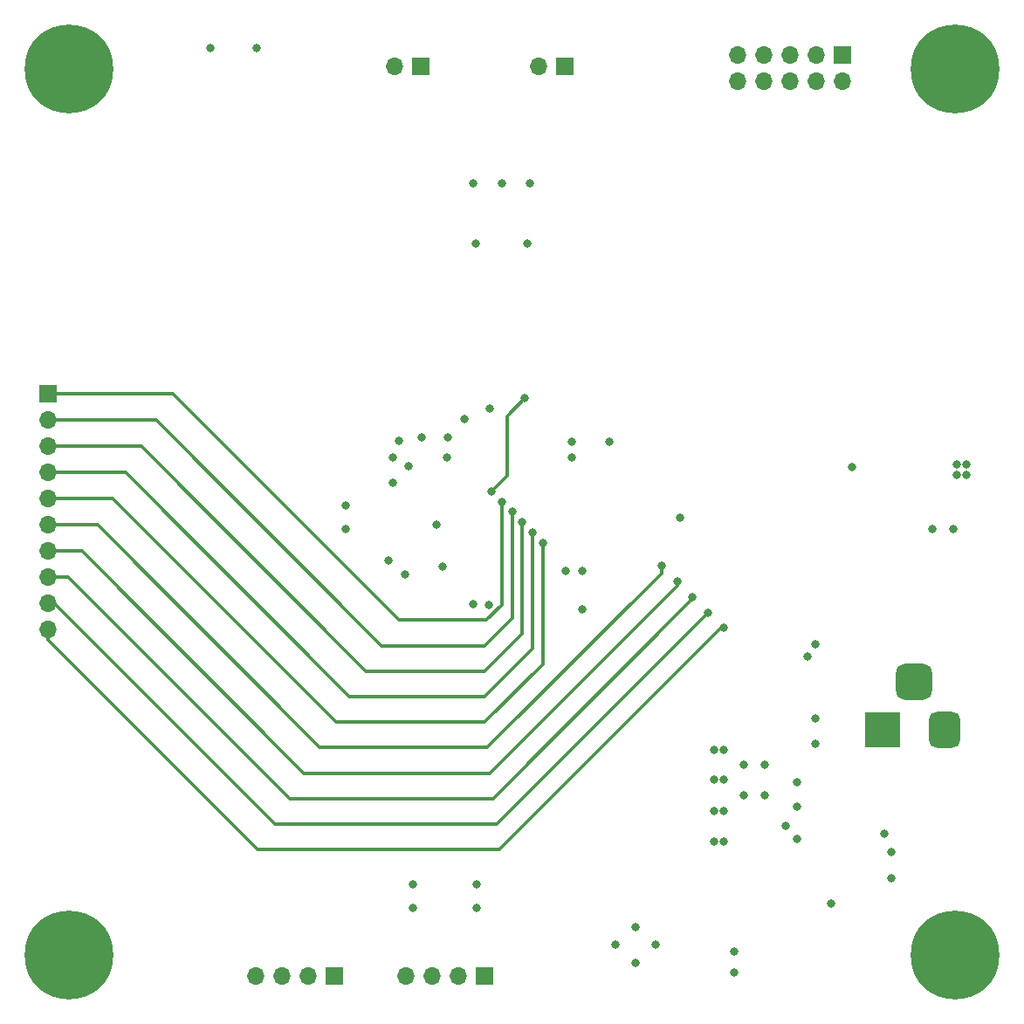
<source format=gbr>
%TF.GenerationSoftware,KiCad,Pcbnew,(6.0.11)*%
%TF.CreationDate,2023-04-03T14:35:14+03:00*%
%TF.ProjectId,STM32Custom,53544d33-3243-4757-9374-6f6d2e6b6963,rev?*%
%TF.SameCoordinates,Original*%
%TF.FileFunction,Copper,L4,Bot*%
%TF.FilePolarity,Positive*%
%FSLAX46Y46*%
G04 Gerber Fmt 4.6, Leading zero omitted, Abs format (unit mm)*
G04 Created by KiCad (PCBNEW (6.0.11)) date 2023-04-03 14:35:14*
%MOMM*%
%LPD*%
G01*
G04 APERTURE LIST*
G04 Aperture macros list*
%AMRoundRect*
0 Rectangle with rounded corners*
0 $1 Rounding radius*
0 $2 $3 $4 $5 $6 $7 $8 $9 X,Y pos of 4 corners*
0 Add a 4 corners polygon primitive as box body*
4,1,4,$2,$3,$4,$5,$6,$7,$8,$9,$2,$3,0*
0 Add four circle primitives for the rounded corners*
1,1,$1+$1,$2,$3*
1,1,$1+$1,$4,$5*
1,1,$1+$1,$6,$7*
1,1,$1+$1,$8,$9*
0 Add four rect primitives between the rounded corners*
20,1,$1+$1,$2,$3,$4,$5,0*
20,1,$1+$1,$4,$5,$6,$7,0*
20,1,$1+$1,$6,$7,$8,$9,0*
20,1,$1+$1,$8,$9,$2,$3,0*%
G04 Aperture macros list end*
%TA.AperFunction,ComponentPad*%
%ADD10R,1.700000X1.700000*%
%TD*%
%TA.AperFunction,ComponentPad*%
%ADD11O,1.700000X1.700000*%
%TD*%
%TA.AperFunction,ComponentPad*%
%ADD12R,3.500000X3.500000*%
%TD*%
%TA.AperFunction,ComponentPad*%
%ADD13RoundRect,0.750000X0.750000X1.000000X-0.750000X1.000000X-0.750000X-1.000000X0.750000X-1.000000X0*%
%TD*%
%TA.AperFunction,ComponentPad*%
%ADD14RoundRect,0.875000X0.875000X0.875000X-0.875000X0.875000X-0.875000X-0.875000X0.875000X-0.875000X0*%
%TD*%
%TA.AperFunction,ComponentPad*%
%ADD15C,0.900000*%
%TD*%
%TA.AperFunction,ComponentPad*%
%ADD16C,8.600000*%
%TD*%
%TA.AperFunction,ViaPad*%
%ADD17C,0.800000*%
%TD*%
%TA.AperFunction,Conductor*%
%ADD18C,0.300000*%
%TD*%
G04 APERTURE END LIST*
D10*
%TO.P,J8,1,Pin_1*%
%TO.N,GND*%
X126555000Y-35820000D03*
D11*
%TO.P,J8,2,Pin_2*%
X124015000Y-35820000D03*
%TD*%
D10*
%TO.P,J7,1,Pin_1*%
%TO.N,+3V3*%
X112645000Y-35820000D03*
D11*
%TO.P,J7,2,Pin_2*%
X110105000Y-35820000D03*
%TD*%
D12*
%TO.P,J1,1*%
%TO.N,+12V*%
X157425000Y-100157500D03*
D13*
%TO.P,J1,2*%
%TO.N,GND*%
X163425000Y-100157500D03*
D14*
%TO.P,J1,3*%
X160425000Y-95457500D03*
%TD*%
D10*
%TO.P,J2,1,Pin_1*%
%TO.N,+3V3*%
X153550000Y-34725000D03*
D11*
%TO.P,J2,2,Pin_2*%
%TO.N,SWDIO*%
X153550000Y-37265000D03*
%TO.P,J2,3,Pin_3*%
%TO.N,GND*%
X151010000Y-34725000D03*
%TO.P,J2,4,Pin_4*%
%TO.N,SWCLK*%
X151010000Y-37265000D03*
%TO.P,J2,5,Pin_5*%
%TO.N,GND*%
X148470000Y-34725000D03*
%TO.P,J2,6,Pin_6*%
%TO.N,SWO*%
X148470000Y-37265000D03*
%TO.P,J2,7,Pin_7*%
%TO.N,unconnected-(J2-Pad7)*%
X145930000Y-34725000D03*
%TO.P,J2,8,Pin_8*%
%TO.N,unconnected-(J2-Pad8)*%
X145930000Y-37265000D03*
%TO.P,J2,9,Pin_9*%
%TO.N,GND*%
X143390000Y-34725000D03*
%TO.P,J2,10,Pin_10*%
%TO.N,NRST*%
X143390000Y-37265000D03*
%TD*%
D15*
%TO.P,H3,1,1*%
%TO.N,GND*%
X167700000Y-122000000D03*
D16*
X164475000Y-122000000D03*
D15*
X164475000Y-125225000D03*
X162194581Y-124280419D03*
X166755419Y-119719581D03*
X166755419Y-124280419D03*
X161250000Y-122000000D03*
X164475000Y-118775000D03*
X162194581Y-119719581D03*
%TD*%
D10*
%TO.P,J4,1,Pin_1*%
%TO.N,+3V3*%
X118775000Y-124000000D03*
D11*
%TO.P,J4,2,Pin_2*%
%TO.N,I2C2_SDA*%
X116235000Y-124000000D03*
%TO.P,J4,3,Pin_3*%
%TO.N,I2C2_SCL*%
X113695000Y-124000000D03*
%TO.P,J4,4,Pin_4*%
%TO.N,GND*%
X111155000Y-124000000D03*
%TD*%
D16*
%TO.P,H1,1,1*%
%TO.N,GND*%
X78475000Y-122000000D03*
D15*
X80755419Y-119719581D03*
X81700000Y-122000000D03*
X76194581Y-124280419D03*
X78475000Y-125225000D03*
X76194581Y-119719581D03*
X78475000Y-118775000D03*
X80755419Y-124280419D03*
X75250000Y-122000000D03*
%TD*%
%TO.P,H2,1,1*%
%TO.N,GND*%
X161250000Y-36000000D03*
X166755419Y-38280419D03*
X164475000Y-32775000D03*
X166755419Y-33719581D03*
D16*
X164475000Y-36000000D03*
D15*
X167700000Y-36000000D03*
X164475000Y-39225000D03*
X162194581Y-38280419D03*
X162194581Y-33719581D03*
%TD*%
%TO.P,H4,1,1*%
%TO.N,GND*%
X78475000Y-39225000D03*
X76194581Y-33719581D03*
X78475000Y-32775000D03*
X75250000Y-36000000D03*
X80755419Y-38280419D03*
X81700000Y-36000000D03*
X80755419Y-33719581D03*
D16*
X78475000Y-36000000D03*
D15*
X76194581Y-38280419D03*
%TD*%
D10*
%TO.P,J6,1,Pin_1*%
%TO.N,PA9*%
X76475000Y-67575000D03*
D11*
%TO.P,J6,2,Pin_2*%
%TO.N,PA8*%
X76475000Y-70115000D03*
%TO.P,J6,3,Pin_3*%
%TO.N,PC9*%
X76475000Y-72655000D03*
%TO.P,J6,4,Pin_4*%
%TO.N,PC8*%
X76475000Y-75195000D03*
%TO.P,J6,5,Pin_5*%
%TO.N,PC7*%
X76475000Y-77735000D03*
%TO.P,J6,6,Pin_6*%
%TO.N,PC6*%
X76475000Y-80275000D03*
%TO.P,J6,7,Pin_7*%
%TO.N,PB15*%
X76475000Y-82815000D03*
%TO.P,J6,8,Pin_8*%
%TO.N,PB14*%
X76475000Y-85355000D03*
%TO.P,J6,9,Pin_9*%
%TO.N,PB13*%
X76475000Y-87895000D03*
%TO.P,J6,10,Pin_10*%
%TO.N,PB12*%
X76475000Y-90435000D03*
%TD*%
D10*
%TO.P,J3,1,Pin_1*%
%TO.N,+3V3*%
X104220000Y-124000000D03*
D11*
%TO.P,J3,2,Pin_2*%
%TO.N,USART2_RX*%
X101680000Y-124000000D03*
%TO.P,J3,3,Pin_3*%
%TO.N,USART2_TX*%
X99140000Y-124000000D03*
%TO.P,J3,4,Pin_4*%
%TO.N,GND*%
X96600000Y-124000000D03*
%TD*%
D17*
%TO.N,+3V3*%
X116825000Y-70000000D03*
X149075000Y-105200000D03*
X126675000Y-84750000D03*
X122925000Y-53000000D03*
X118075000Y-115100000D03*
X115125000Y-73700000D03*
X119225000Y-88000000D03*
X111475000Y-74600000D03*
X145975000Y-103500000D03*
X123225000Y-47100000D03*
X149075000Y-107550000D03*
X143925000Y-106500000D03*
X133475000Y-119300000D03*
X120475000Y-47100000D03*
X157544000Y-110242000D03*
X127225000Y-73750000D03*
X133475000Y-122750000D03*
X135375000Y-121000000D03*
X111875000Y-115100000D03*
X118075000Y-117400000D03*
X111875000Y-117400000D03*
X96725000Y-34050000D03*
X131525000Y-121000000D03*
X145975000Y-106500000D03*
X109475000Y-83700000D03*
X143925000Y-103500000D03*
X117725000Y-47100000D03*
%TO.N,GND*%
X141025000Y-110950000D03*
X128275000Y-84750000D03*
X141975000Y-105000000D03*
X110475000Y-72150000D03*
X115225000Y-71800000D03*
X150925000Y-101450000D03*
X164275000Y-80700000D03*
X165575000Y-74400000D03*
X158294000Y-111992000D03*
X137775000Y-79550000D03*
X114725000Y-84300000D03*
X127225000Y-72200000D03*
X114175000Y-80250000D03*
X141975000Y-102050000D03*
X109875000Y-73750000D03*
X150925000Y-91800000D03*
X117975000Y-53000000D03*
X130925000Y-72200000D03*
X141025000Y-102050000D03*
X112725000Y-71800000D03*
X162275000Y-80700000D03*
X109875000Y-76150000D03*
X152375000Y-117000000D03*
X142975000Y-121650000D03*
X128275000Y-88450000D03*
X149075000Y-110700000D03*
X150925000Y-99000000D03*
X164575000Y-74400000D03*
X141025000Y-108000000D03*
X141975000Y-110950000D03*
X142975000Y-123650000D03*
X148025000Y-109450000D03*
X154475000Y-74650000D03*
X105325000Y-80700000D03*
X111125000Y-85100000D03*
X119275000Y-69000000D03*
X105325000Y-78350000D03*
X150125000Y-93050000D03*
X92225000Y-34050000D03*
X141975000Y-108000000D03*
X164575000Y-75400000D03*
X117725000Y-87950000D03*
X165575000Y-75400000D03*
X141025000Y-105000000D03*
X158294000Y-114492000D03*
%TO.N,NRST*%
X122725000Y-68000000D03*
X119475000Y-77000000D03*
%TO.N,PB12*%
X141975000Y-90250000D03*
%TO.N,PB13*%
X140475000Y-88750000D03*
%TO.N,PB14*%
X138975000Y-87250000D03*
%TO.N,PB15*%
X137475000Y-85750000D03*
%TO.N,PC6*%
X135975000Y-84250000D03*
%TO.N,PC7*%
X124475000Y-82000000D03*
%TO.N,PC8*%
X123475000Y-81000000D03*
%TO.N,PC9*%
X122475000Y-80000000D03*
%TO.N,PA8*%
X121475000Y-79000000D03*
%TO.N,PA9*%
X120475000Y-78000000D03*
%TD*%
D18*
%TO.N,NRST*%
X119475000Y-77000000D02*
X120975000Y-75500000D01*
X120975000Y-75500000D02*
X120975000Y-69750000D01*
X120975000Y-69750000D02*
X122725000Y-68000000D01*
%TO.N,PB12*%
X141725000Y-90250000D02*
X120225000Y-111750000D01*
X141975000Y-90250000D02*
X141975000Y-90400000D01*
X76510000Y-90400000D02*
X76475000Y-90435000D01*
X96825000Y-111750000D02*
X76475000Y-91400000D01*
X120225000Y-111750000D02*
X96825000Y-111750000D01*
X141975000Y-90250000D02*
X141725000Y-90250000D01*
X76475000Y-91400000D02*
X76475000Y-90435000D01*
%TO.N,PB13*%
X140475000Y-88750000D02*
X119947224Y-109277776D01*
X77070000Y-87895000D02*
X76475000Y-87895000D01*
X119947224Y-109277776D02*
X98452776Y-109277776D01*
X98452776Y-109277776D02*
X77070000Y-87895000D01*
%TO.N,PB14*%
X119619446Y-106805554D02*
X99880554Y-106805554D01*
X138975000Y-87250000D02*
X138975000Y-87450000D01*
X78430000Y-85355000D02*
X76475000Y-85355000D01*
X138975000Y-87450000D02*
X119619446Y-106805554D01*
X99880554Y-106805554D02*
X78430000Y-85355000D01*
%TO.N,PB15*%
X119291668Y-104333332D02*
X101308332Y-104333332D01*
X101308332Y-104333332D02*
X79790000Y-82815000D01*
X137475000Y-85750000D02*
X137475000Y-86150000D01*
X137475000Y-86150000D02*
X119291668Y-104333332D01*
X79790000Y-82815000D02*
X76475000Y-82815000D01*
%TO.N,PC6*%
X102836110Y-101861110D02*
X81250000Y-80275000D01*
X135975000Y-84250000D02*
X135975000Y-84950000D01*
X135975000Y-84950000D02*
X119063890Y-101861110D01*
X119063890Y-101861110D02*
X102836110Y-101861110D01*
X81250000Y-80275000D02*
X76475000Y-80275000D01*
%TO.N,PC7*%
X82710000Y-77735000D02*
X76475000Y-77735000D01*
X124475000Y-93750000D02*
X118836112Y-99388888D01*
X118836112Y-99388888D02*
X104363888Y-99388888D01*
X104363888Y-99388888D02*
X82710000Y-77735000D01*
X124475000Y-82000000D02*
X124475000Y-93750000D01*
%TO.N,PC8*%
X123475000Y-81000000D02*
X123475000Y-92250000D01*
X105691666Y-96916666D02*
X83970000Y-75195000D01*
X123475000Y-92250000D02*
X118808334Y-96916666D01*
X83970000Y-75195000D02*
X76475000Y-75195000D01*
X118808334Y-96916666D02*
X105691666Y-96916666D01*
%TO.N,PC9*%
X122475000Y-80000000D02*
X122475000Y-90800000D01*
X107319444Y-94444444D02*
X85530000Y-72655000D01*
X118830556Y-94444444D02*
X107319444Y-94444444D01*
X85530000Y-72655000D02*
X76475000Y-72655000D01*
X122475000Y-90800000D02*
X118830556Y-94444444D01*
%TO.N,PA8*%
X108847222Y-91972222D02*
X86990000Y-70115000D01*
X121475000Y-89300000D02*
X118802778Y-91972222D01*
X86990000Y-70115000D02*
X76475000Y-70115000D01*
X121475000Y-79000000D02*
X121475000Y-89300000D01*
X118802778Y-91972222D02*
X108847222Y-91972222D01*
%TO.N,PA9*%
X120475000Y-88030330D02*
X119005330Y-89500000D01*
X110475000Y-89500000D02*
X88550000Y-67575000D01*
X119005330Y-89500000D02*
X110475000Y-89500000D01*
X88550000Y-67575000D02*
X76475000Y-67575000D01*
X120475000Y-78000000D02*
X120475000Y-88030330D01*
%TD*%
M02*

</source>
